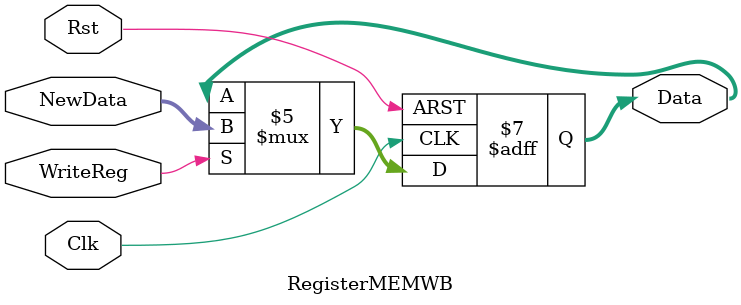
<source format=v>
`timescale 1ns / 1ps


module RegisterMEMWB(WriteReg,NewData,Data,Clk,Rst);
    input WriteReg,Clk,Rst;
    input [109:0] NewData;
    output reg [109:0] Data;
    always @(posedge Clk or posedge Rst) begin
        if(Rst==1)
            Data <= 110'b0;
        else if(WriteReg==1)
            Data <= NewData;
        else
            Data <= Data;
    end
endmodule
</source>
